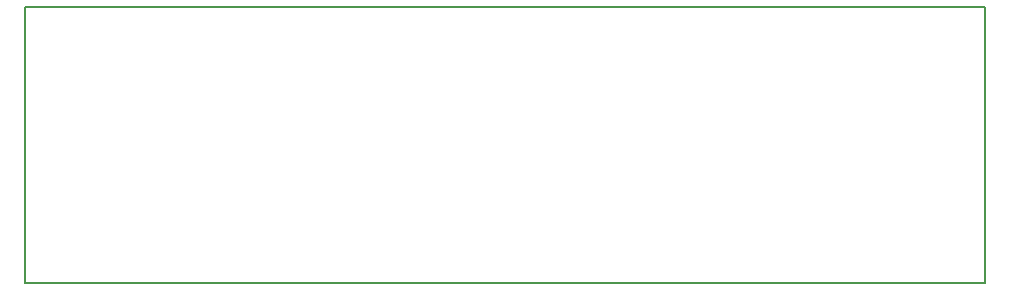
<source format=gm1>
G04 #@! TF.FileFunction,Profile,NP*
%FSLAX46Y46*%
G04 Gerber Fmt 4.6, Leading zero omitted, Abs format (unit mm)*
G04 Created by KiCad (PCBNEW (2015-08-16 BZR 6097, Git b384c94)-product) date 11/15/2015 1:40:50 AM*
%MOMM*%
G01*
G04 APERTURE LIST*
%ADD10C,0.100000*%
%ADD11C,0.150000*%
G04 APERTURE END LIST*
D10*
D11*
X91440000Y-71120000D02*
X172720000Y-71120000D01*
X91440000Y-94488000D02*
X91440000Y-71120000D01*
X172720000Y-94488000D02*
X91440000Y-94488000D01*
X172720000Y-71120000D02*
X172720000Y-94488000D01*
M02*

</source>
